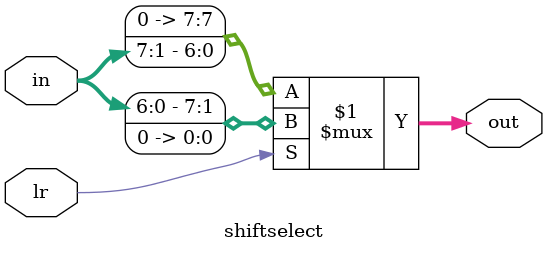
<source format=v>
module shiftselect (
    input [7:0] in,
    input  lr,
    output [7:0] out
);
    
assign out = lr ? {in[6:0],1'b0}:{1'b0,in[7:1]};
    
endmodule
</source>
